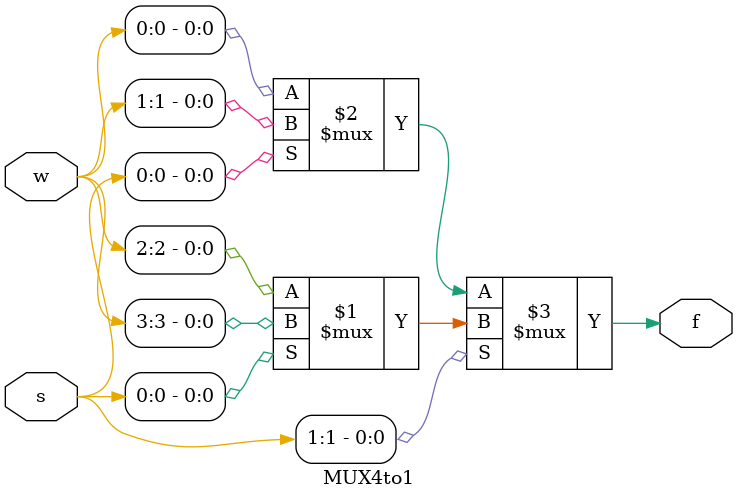
<source format=v>

module MUX16to1(w,s,f);
	input [0:15]w; 
	input [3:0]s;
	output f;
	wire [0:3]ft;

	MUX4to1 s1(w[0:3], s[1:0], ft[0]);
	MUX4to1 s2(w[4:7], s[1:0], ft[1]);
	MUX4to1 s3(w[8:11], s[1:0], ft[2]);
	MUX4to1 s4(w[12:15], s[1:0], ft[3]);
	MUX4to1 s5(ft, s[3:2], f);
endmodule


module MUX4to1(w,s,f);
	input [3:0]w;
	input [1:0]s;
	output f;
	assign f = s[1] ? (s[0] ? w[3] : w[2]) : (s[0] ? w[1] : w[0]);
endmodule


</source>
